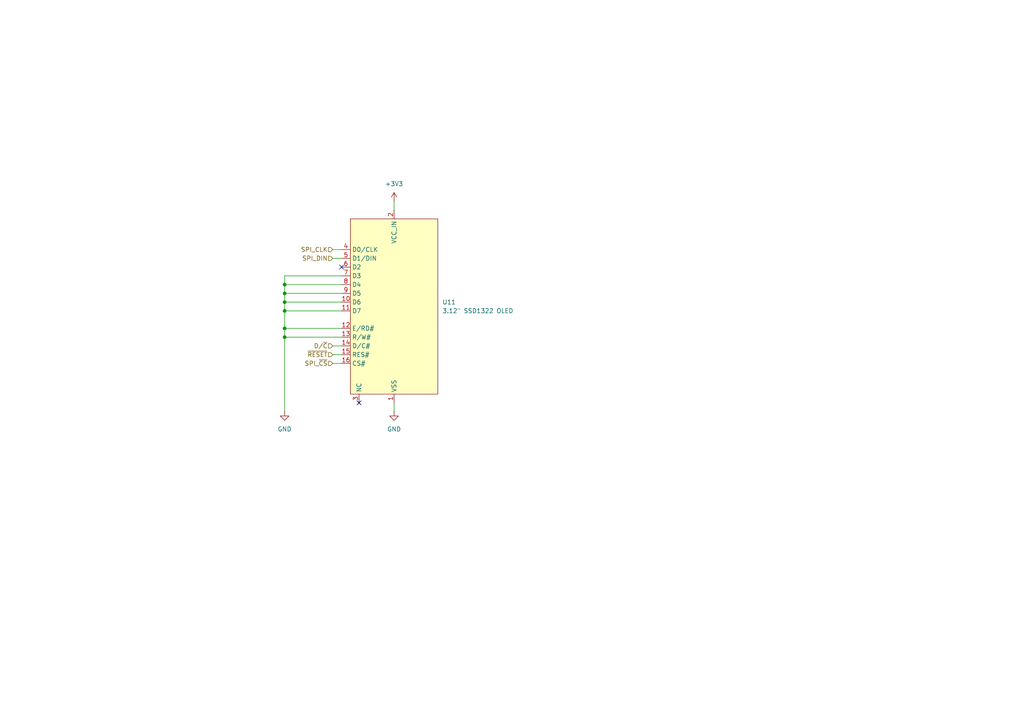
<source format=kicad_sch>
(kicad_sch (version 20231120) (generator "eeschema") (generator_version "8.0")
  (paper "A4")
  (lib_symbols
    (symbol "SSD1322_OLED:SSD1322_OLED"
      (property "Reference" "U" (at 0 24.892 0))
      (symbol "SSD1322_OLED_0_0"
        (pin unspecified line (at 0 -40.64 90) (length 2.54) (name "VSS") (number "1"))
        (pin unspecified line (at -15.24 -11.43 0) (length 2.54) (name "D6") (number "10"))
        (pin unspecified line (at -15.24 -13.97 0) (length 2.54) (name "D7") (number "11"))
        (pin unspecified line (at -15.24 -19.05 0) (length 2.54) (name "E/RD#") (number "12"))
        (pin unspecified line (at -15.24 -21.59 0) (length 2.54) (name "R/W#") (number "13"))
        (pin unspecified line (at -15.24 -24.13 0) (length 2.54) (name "D/C#") (number "14"))
        (pin unspecified line (at -15.24 -26.67 0) (length 2.54) (name "RES#") (number "15"))
        (pin unspecified line (at -15.24 -29.21 0) (length 2.54) (name "CS#") (number "16"))
        (pin unspecified line (at 0 15.24 270) (length 2.54) (name "VCC_IN") (number "2"))
        (pin no_connect line (at -10.16 -40.64 90) (length 2.54) (name "NC") (number "3"))
        (pin unspecified line (at -15.24 3.81 0) (length 2.54) (name "D0/CLK") (number "4"))
        (pin unspecified line (at -15.24 1.27 0) (length 2.54) (name "D1/DIN") (number "5"))
        (pin unspecified line (at -15.24 -1.27 0) (length 2.54) (name "D2") (number "6"))
        (pin unspecified line (at -15.24 -3.81 0) (length 2.54) (name "D3") (number "7"))
        (pin unspecified line (at -15.24 -6.35 0) (length 2.54) (name "D4") (number "8"))
        (pin unspecified line (at -15.24 -8.89 0) (length 2.54) (name "D5") (number "9"))
      )
      (symbol "SSD1322_OLED_1_1"
        (rectangle (start -12.7 12.7) (end 12.7 -38.1) (fill (type background)))
      )
    )
    (symbol "power:+3V3" (power) (pin_numbers hide) (pin_names (offset 0) hide)
      (property "Value" "+3V3" (at 0 3.556 0))
      (symbol "+3V3_0_1"
        (polyline (pts (xy -0.762 1.27) (xy 0 2.54)))
        (polyline (pts (xy 0 0) (xy 0 2.54)))
        (polyline (pts (xy 0 2.54) (xy 0.762 1.27)))
      )
      (symbol "+3V3_1_1"
        (pin power_in line (at 0 0 90) (length 0) (name "~") (number "1"))
      )
    )
    (symbol "power:GND" (power) (pin_numbers hide) (pin_names (offset 0) hide)
      (property "Value" "GND" (at 0 -3.81 0))
      (symbol "GND_0_1"
        (polyline (pts (xy 0 0) (xy 0 -1.27) (xy 1.27 -1.27) (xy 0 -2.54) (xy -1.27 -1.27) (xy 0 -1.27)))
      )
      (symbol "GND_1_1"
        (pin power_in line (at 0 0 270) (length 0) (name "~") (number "1"))
      )
    )
  )
  (junction (at 82.55 97.79))
  (junction (at 82.55 82.55))
  (junction (at 82.55 90.17))
  (junction (at 82.55 87.63))
  (junction (at 82.55 85.09))
  (junction (at 82.55 95.25))
  (no_connect (at 104.14 116.84))
  (no_connect (at 99.06 77.47))
  (wire (pts (xy 82.55 85.09) (xy 82.55 87.63)))
  (wire (pts (xy 99.06 95.25) (xy 82.55 95.25)))
  (wire (pts (xy 82.55 95.25) (xy 82.55 90.17)))
  (wire (pts (xy 82.55 90.17) (xy 99.06 90.17)))
  (wire (pts (xy 96.52 74.93) (xy 99.06 74.93)))
  (wire (pts (xy 82.55 87.63) (xy 82.55 90.17)))
  (wire (pts (xy 82.55 85.09) (xy 99.06 85.09)))
  (wire (pts (xy 82.55 97.79) (xy 82.55 119.38)))
  (wire (pts (xy 96.52 105.41) (xy 99.06 105.41)))
  (wire (pts (xy 96.52 100.33) (xy 99.06 100.33)))
  (wire (pts (xy 96.52 102.87) (xy 99.06 102.87)))
  (wire (pts (xy 82.55 95.25) (xy 82.55 97.79)))
  (wire (pts (xy 82.55 82.55) (xy 99.06 82.55)))
  (wire (pts (xy 114.3 116.84) (xy 114.3 119.38)))
  (wire (pts (xy 82.55 97.79) (xy 99.06 97.79)))
  (wire (pts (xy 82.55 82.55) (xy 82.55 85.09)))
  (wire (pts (xy 82.55 87.63) (xy 99.06 87.63)))
  (wire (pts (xy 96.52 72.39) (xy 99.06 72.39)))
  (wire (pts (xy 114.3 58.42) (xy 114.3 60.96)))
  (wire (pts (xy 82.55 80.01) (xy 82.55 82.55)))
  (wire (pts (xy 82.55 80.01) (xy 99.06 80.01)))
  (hierarchical_label "SPI_~{CS}" (shape input) (at 96.52 105.41 180))
  (hierarchical_label "~{RESET}" (shape input) (at 96.52 102.87 180))
  (hierarchical_label "SPI_DIN" (shape input) (at 96.52 74.93 180))
  (hierarchical_label "D{slash}~{C}" (shape input) (at 96.52 100.33 180))
  (hierarchical_label "SPI_CLK" (shape input) (at 96.52 72.39 180))
  (symbol (lib_id "power:GND") (at 82.55 119.38 0) (unit 1)
    (property "Reference" "#PWR082" (effects (hide yes)))
    (property "Value" "GND" (at 82.55 124.46 0))
    (property "Description" "Power symbol creates a global label with name \"GND\" , ground" (effects (hide yes)))
  )
  (symbol (lib_id "power:GND") (at 114.3 119.38 0) (unit 1)
    (property "Reference" "#PWR083" (effects (hide yes)))
    (property "Value" "GND" (at 114.3 124.46 0))
    (property "Description" "Power symbol creates a global label with name \"GND\" , ground" (effects (hide yes)))
  )
  (symbol (lib_id "SSD1322_OLED:SSD1322_OLED") (at 114.3 76.2 0) (unit 1)
    (property "Reference" "U11" (at 128.27 87.6299 0) (effects (justify left)))
    (property "Value" "3.12\" SSD1322 OLED" (at 128.27 90.1699 0) (effects (justify left)))
    (property "Footprint" "SSD1322_OLED:SSD1322_OLED" (effects (hide yes)))
    (property "Description" "3.12\" OLED display 256x64 pixels SSD1322" (effects (hide yes)))
  )
  (symbol (lib_id "power:+3V3") (at 114.3 58.42 0) (unit 1)
    (property "Reference" "#PWR081" (effects (hide yes)))
    (property "Value" "+3V3" (at 114.3 53.34 0))
    (property "Description" "Power symbol creates a global label with name \"+3V3\"" (effects (hide yes)))
  )
)
</source>
